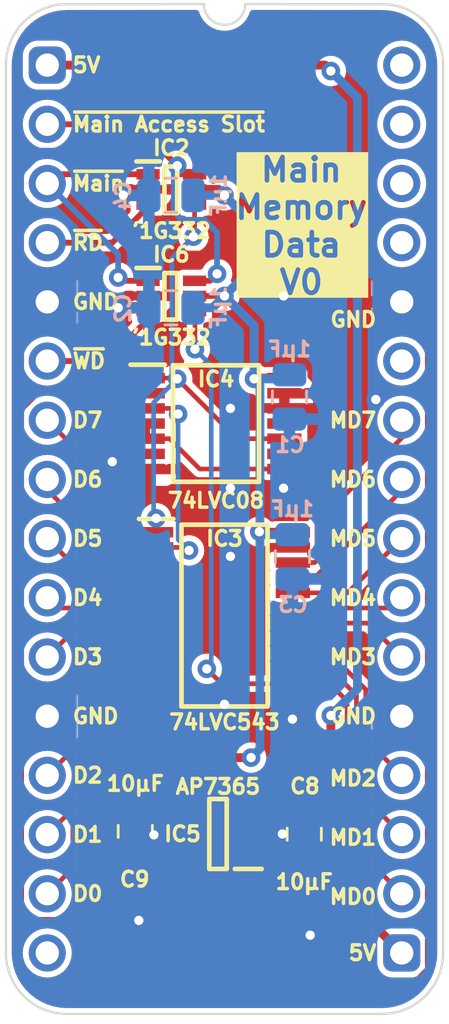
<source format=kicad_pcb>
(kicad_pcb (version 20221018) (generator pcbnew)
  (title_block (title "Main Memory Data") (date "2024-02-15") (rev "V0"))
  (layers (0 "F.Cu" signal) (31 "B.Cu" signal) (34 "B.Paste" user) (35 "F.Paste" user) (36 "B.SilkS" user "B.Silkscreen") (37 "F.SilkS" user "F.Silkscreen") (38 "B.Mask" user) (39 "F.Mask" user) (44 "Edge.Cuts" user))
  (net 0 "")
  (net 1 "/5V")
  (net 2 "/GND")
  (net 3 "/3.3V")
  (net 5 "/~{Main Access Slot}")
  (net 6 "/~{Main}")
  (net 7 "/MD0")
  (net 8 "/MD1")
  (net 9 "/MD2")
  (net 10 "/MD3")
  (net 11 "/MD4")
  (net 12 "/MD5")
  (net 13 "/MD6")
  (net 14 "/MD7")
  (net 15 "/D0")
  (net 16 "/D1")
  (net 17 "/D2")
  (net 18 "/D3")
  (net 19 "/D4")
  (net 20 "/D5")
  (net 21 "/D6")
  (net 22 "/D7")
  (net 23 "/~{WD}")
  (net 24 "/~{RD}")
  (net 31 "/~{Read}")
  (net 32 "/~{Write}")
  (net 33 "/~{Read}_{3}")
  (net 34 "/~{Read}_{2}")
  (net 36 "/~{Read}_{4}")
  (footprint "SamacSys_Parts:SOP65P640X110-14N" (layer "F.Cu") (at 96.156 73.802)
    (fp_text reference "IC4" (at 0 -1.905) (layer "F.SilkS") (effects (font (size 0.635 0.635))))
    (fp_text value "74LVC08APW,112" hide)
    (fp_text user "${Silkscreen}" (at 0 3.302) (layer "F.SilkS") (effects (font (size 0.635 0.635))))
    (fp_line (start -3.675 -2.525) (end -2.2 -2.525) (stroke (width 0.2)) (layer "F.SilkS"))
    (fp_line (start -1.85 -2.5) (end 1.85 -2.5) (stroke (width 0.2)) (layer "F.SilkS"))
    (fp_line (start -1.85 2.5) (end -1.85 -2.5) (stroke (width 0.2)) (layer "F.SilkS"))
    (fp_line (start 1.85 -2.5) (end 1.85 2.5) (stroke (width 0.2)) (layer "F.SilkS"))
    (fp_line (start 1.85 2.5) (end -1.85 2.5) (stroke (width 0.2)) (layer "F.SilkS"))
    (pad "1" smd rect (at -2.938 -1.95 90) (size 0.45 1.475) (layers "F.Cu" "F.Paste" "F.Mask") (net 31 "/~{Read}"))
    (pad "2" smd rect (at -2.938 -1.3 90) (size 0.45 1.475) (layers "F.Cu" "F.Paste" "F.Mask") (net 33 "/~{Read}_{3}"))
    (pad "3" smd rect (at -2.938 -0.65 90) (size 0.45 1.475) (layers "F.Cu" "F.Paste" "F.Mask") (net 36 "/~{Read}_{4}"))
    (pad "4" smd rect (at -2.938 0 90) (size 0.45 1.475) (layers "F.Cu" "F.Paste" "F.Mask") (net 34 "/~{Read}_{2}"))
    (pad "5" smd rect (at -2.938 0.65 90) (size 0.45 1.475) (layers "F.Cu" "F.Paste" "F.Mask") (net 34 "/~{Read}_{2}"))
    (pad "6" smd rect (at -2.938 1.3 90) (size 0.45 1.475) (layers "F.Cu" "F.Paste" "F.Mask") (net 33 "/~{Read}_{3}"))
    (pad "7" smd rect (at -2.938 1.95 90) (size 0.45 1.475) (layers "F.Cu" "F.Paste" "F.Mask") (net 2 "/GND"))
    (pad "8" smd rect (at 2.938 1.95 90) (size 0.45 1.475) (layers "F.Cu" "F.Paste" "F.Mask") (net 34 "/~{Read}_{2}"))
    (pad "9" smd rect (at 2.938 1.3 90) (size 0.45 1.475) (layers "F.Cu" "F.Paste" "F.Mask") (net 31 "/~{Read}"))
    (pad "10" smd rect (at 2.938 0.65 90) (size 0.45 1.475) (layers "F.Cu" "F.Paste" "F.Mask") (net 31 "/~{Read}"))
    (pad "11" smd rect (at 2.938 0 90) (size 0.45 1.475) (layers "F.Cu" "F.Paste" "F.Mask"))
    (pad "12" smd rect (at 2.938 -0.65 90) (size 0.45 1.475) (layers "F.Cu" "F.Paste" "F.Mask") (net 2 "/GND"))
    (pad "13" smd rect (at 2.938 -1.3 90) (size 0.45 1.475) (layers "F.Cu" "F.Paste" "F.Mask") (net 2 "/GND"))
    (pad "14" smd rect (at 2.938 -1.95 90) (size 0.45 1.475) (layers "F.Cu" "F.Paste" "F.Mask") (net 3 "/3.3V"))
  )
  (footprint "SamacSys_Parts:SOT65P210X110-6N" (layer "F.Cu") (at 94.234 63.754)
    (fp_text reference "IC2" (at 0 -1.778) (layer "F.SilkS") (effects (font (size 0.635 0.635))))
    (fp_text value "SN74LVC1G332DCKR" hide)
    (fp_text user "${Silkscreen}" (at 0 1.778) (layer "F.SilkS") (effects (font (size 0.635 0.635))))
    (fp_line (start -1.5 -1.2) (end -0.5 -1.2) (stroke (width 0.2)) (layer "F.SilkS"))
    (fp_line (start -0.296 -0.984) (end 0.254 -0.984) (stroke (width 0.2)) (layer "F.SilkS"))
    (fp_line (start -0.296 1.016) (end -0.296 -0.984) (stroke (width 0.2)) (layer "F.SilkS"))
    (fp_line (start 0.254 -0.984) (end 0.254 1.016) (stroke (width 0.2)) (layer "F.SilkS"))
    (fp_line (start 0.254 1.016) (end -0.296 1.016) (stroke (width 0.2)) (layer "F.SilkS"))
    (pad "1" smd rect (at -1 -0.65 90) (size 0.45 1) (layers "F.Cu" "F.Paste" "F.Mask") (net 6 "/~{Main}"))
    (pad "2" smd rect (at -1 0 90) (size 0.45 1) (layers "F.Cu" "F.Paste" "F.Mask") (net 2 "/GND"))
    (pad "3" smd rect (at -1 0.65 90) (size 0.45 1) (layers "F.Cu" "F.Paste" "F.Mask") (net 24 "/~{RD}"))
    (pad "4" smd rect (at 1 0.65 90) (size 0.45 1) (layers "F.Cu" "F.Paste" "F.Mask") (net 31 "/~{Read}"))
    (pad "5" smd rect (at 1 0 90) (size 0.45 1) (layers "F.Cu" "F.Paste" "F.Mask") (net 3 "/3.3V"))
    (pad "6" smd rect (at 1 -0.65 90) (size 0.45 1) (layers "F.Cu" "F.Paste" "F.Mask") (net 5 "/~{Main Access Slot}"))
  )
  (footprint "SamacSys_Parts:C_0805" (layer "F.Cu") (at 99.949 91.44)
    (fp_text reference "C8" (at 0.027 -2.075 180) (layer "F.SilkS") (effects (font (size 0.635 0.635))))
    (fp_text value "10µF" (at 0 2.032) (layer "F.SilkS") (effects (font (size 0.635 0.635))))
    (fp_line (start -0.735 0.245252) (end -0.735 -0.277252) (stroke (width 0.12)) (layer "F.SilkS"))
    (fp_line (start 0.735 0.245252) (end 0.735 -0.277252) (stroke (width 0.12)) (layer "F.SilkS"))
    (pad "1" smd roundrect (at 0 0.934 90) (size 1 1.45) (layers "F.Cu" "F.Paste" "F.Mask") (net 1 "/5V"))
    (pad "2" smd roundrect (at 0 -0.966 90) (size 1 1.45) (layers "F.Cu" "F.Paste" "F.Mask") (net 2 "/GND"))
  )
  (footprint "SamacSys_Parts:DIP-32_Board_W15.24mm" (layer "F.Cu") (at 88.9 58.42)
    (fp_text reference "J5" hide)
    (fp_text value "Conn_02x16_Counter_Clockwise" hide)
    (fp_line (start -1.778 38.1) (end -1.778 0) (stroke (width 0.1)) (layer "Edge.Cuts"))
    (fp_line (start 6.731 -2.6162) (end 0.835732 -2.613732) (stroke (width 0.1)) (layer "Edge.Cuts"))
    (fp_line (start 14.404267 -2.613733) (end 8.509 -2.6162) (stroke (width 0.1)) (layer "Edge.Cuts"))
    (fp_line (start 14.404268 40.713732) (end 0.835733 40.713733) (stroke (width 0.1)) (layer "Edge.Cuts"))
    (fp_line (start 17.018 38.1) (end 17.017999 -0.000001) (stroke (width 0.1)) (layer "Edge.Cuts"))
    (fp_arc (start -1.778 0) (mid -1.012456 -1.848188) (end 0.835732 -2.613732) (stroke (width 0.1)) (layer "Edge.Cuts"))
    (fp_arc (start 0.835733 40.713733) (mid -1.012457 39.94819) (end -1.778 38.1) (stroke (width 0.1)) (layer "Edge.Cuts"))
    (fp_arc (start 8.509 -2.6162) (mid 7.62 -1.7272) (end 6.731 -2.6162) (stroke (width 0.1)) (layer "Edge.Cuts"))
    (fp_arc (start 14.404267 -2.613733) (mid 16.252453 -1.848189) (end 17.017999 -0.000001) (stroke (width 0.1)) (layer "Edge.Cuts"))
    (fp_arc (start 17.018 38.1) (mid 16.252456 39.948187) (end 14.404268 40.713732) (stroke (width 0.1)) (layer "Edge.Cuts"))
    (pad "1" thru_hole roundrect (at 0 0) (size 1.6 1.6) (drill 1) (layers "*.Cu" "*.Mask") (net 1 "/5V"))
    (pad "2" thru_hole oval (at 0 2.54) (size 1.6 1.6) (drill 1) (layers "*.Cu" "*.Mask") (net 5 "/~{Main Access Slot}"))
    (pad "3" thru_hole oval (at 0 5.08) (size 1.6 1.6) (drill 1) (layers "*.Cu" "*.Mask") (net 6 "/~{Main}"))
    (pad "4" thru_hole oval (at 0 7.62) (size 1.6 1.6) (drill 1) (layers "*.Cu" "*.Mask") (net 24 "/~{RD}"))
    (pad "5" thru_hole rect (at 0 10.16) (size 1.6 1.6) (drill 1) (layers "*.Cu" "*.Mask") (net 2 "/GND"))
    (pad "6" thru_hole oval (at 0 12.7) (size 1.6 1.6) (drill 1) (layers "*.Cu" "*.Mask") (net 23 "/~{WD}"))
    (pad "7" thru_hole oval (at 0 15.24) (size 1.6 1.6) (drill 1) (layers "*.Cu" "*.Mask") (net 22 "/D7"))
    (pad "8" thru_hole oval (at 0 17.78) (size 1.6 1.6) (drill 1) (layers "*.Cu" "*.Mask") (net 21 "/D6"))
    (pad "9" thru_hole oval (at 0 20.32) (size 1.6 1.6) (drill 1) (layers "*.Cu" "*.Mask") (net 20 "/D5"))
    (pad "10" thru_hole oval (at 0 22.86) (size 1.6 1.6) (drill 1) (layers "*.Cu" "*.Mask") (net 19 "/D4"))
    (pad "11" thru_hole oval (at 0 25.4) (size 1.6 1.6) (drill 1) (layers "*.Cu" "*.Mask") (net 18 "/D3"))
    (pad "12" thru_hole rect (at 0 27.94) (size 1.6 1.6) (drill 1) (layers "*.Cu" "*.Mask") (net 2 "/GND"))
    (pad "13" thru_hole oval (at 0 30.48) (size 1.6 1.6) (drill 1) (layers "*.Cu" "*.Mask") (net 17 "/D2"))
    (pad "14" thru_hole oval (at 0 33.02) (size 1.6 1.6) (drill 1) (layers "*.Cu" "*.Mask") (net 16 "/D1"))
    (pad "15" thru_hole oval (at 0 35.56) (size 1.6 1.6) (drill 1) (layers "*.Cu" "*.Mask") (net 15 "/D0"))
    (pad "16" thru_hole oval (at 0 38.1) (size 1.6 1.6) (drill 1) (layers "*.Cu" "*.Mask"))
    (pad "17" thru_hole roundrect (at 15.24 38.1) (size 1.6 1.6) (drill 1) (layers "*.Cu" "*.Mask") (net 1 "/5V"))
    (pad "18" thru_hole oval (at 15.24 35.56 180) (size 1.6 1.6) (drill 1) (layers "*.Cu" "*.Mask") (net 7 "/MD0"))
    (pad "19" thru_hole oval (at 15.24 33.02 180) (size 1.6 1.6) (drill 1) (layers "*.Cu" "*.Mask") (net 8 "/MD1"))
    (pad "20" thru_hole oval (at 15.24 30.48 180) (size 1.6 1.6) (drill 1) (layers "*.Cu" "*.Mask") (net 9 "/MD2"))
    (pad "21" thru_hole rect (at 15.24 27.94) (size 1.6 1.6) (drill 1) (layers "*.Cu" "*.Mask") (net 2 "/GND"))
    (pad "22" thru_hole oval (at 15.24 25.4) (size 1.6 1.6) (drill 1) (layers "*.Cu" "*.Mask") (net 10 "/MD3"))
    (pad "23" thru_hole oval (at 15.24 22.86) (size 1.6 1.6) (drill 1) (layers "*.Cu" "*.Mask") (net 11 "/MD4"))
    (pad "24" thru_hole oval (at 15.24 20.32) (size 1.6 1.6) (drill 1) (layers "*.Cu" "*.Mask") (net 12 "/MD5"))
    (pad "25" thru_hole oval (at 15.24 17.78) (size 1.6 1.6) (drill 1) (layers "*.Cu" "*.Mask") (net 13 "/MD6"))
    (pad "26" thru_hole oval (at 15.24 15.24) (size 1.6 1.6) (drill 1) (layers "*.Cu" "*.Mask") (net 14 "/MD7"))
    (pad "27" thru_hole oval (at 15.24 12.7) (size 1.6 1.6) (drill 1) (layers "*.Cu" "*.Mask"))
    (pad "28" thru_hole rect (at 15.24 10.16) (size 1.6 1.6) (drill 1) (layers "*.Cu" "*.Mask") (net 2 "/GND"))
    (pad "29" thru_hole oval (at 15.24 7.62) (size 1.6 1.6) (drill 1) (layers "*.Cu" "*.Mask"))
    (pad "30" thru_hole oval (at 15.24 5.08) (size 1.6 1.6) (drill 1) (layers "*.Cu" "*.Mask"))
    (pad "31" thru_hole oval (at 15.24 2.54) (size 1.6 1.6) (drill 1) (layers "*.Cu" "*.Mask"))
    (pad "32" thru_hole oval (at 15.24 0) (size 1.6 1.6) (drill 1) (layers "*.Cu" "*.Mask"))
  )
  (footprint "SamacSys_Parts:SOP65P640X120-24N" (layer "F.Cu") (at 96.52 82.042)
    (fp_text reference "IC3" (at 0 -3.302) (layer "F.SilkS") (effects (font (size 0.635 0.635))))
    (fp_text value "SN74LVC543APWR" hide)
    (fp_text user "${Silkscreen}" (at 0 4.572) (layer "F.SilkS") (effects (font (size 0.635 0.635))))
    (fp_line (start -3.675 -4.15) (end -2.2 -4.15) (stroke (width 0.2)) (layer "F.SilkS"))
    (fp_line (start -1.85 -3.9) (end 1.85 -3.9) (stroke (width 0.2)) (layer "F.SilkS"))
    (fp_line (start -1.85 3.9) (end -1.85 -3.9) (stroke (width 0.2)) (layer "F.SilkS"))
    (fp_line (start 1.85 -3.9) (end 1.85 3.9) (stroke (width 0.2)) (layer "F.SilkS"))
    (fp_line (start 1.85 3.9) (end -1.85 3.9) (stroke (width 0.2)) (layer "F.SilkS"))
    (pad "1" smd rect (at -2.938 -3.575 90) (size 0.45 1.475) (layers "F.Cu" "F.Paste" "F.Mask") (net 31 "/~{Read}"))
    (pad "2" smd rect (at -2.938 -2.925 90) (size 0.45 1.475) (layers "F.Cu" "F.Paste" "F.Mask") (net 36 "/~{Read}_{4}"))
    (pad "3" smd rect (at -2.938 -2.275 90) (size 0.45 1.475) (layers "F.Cu" "F.Paste" "F.Mask") (net 22 "/D7"))
    (pad "4" smd rect (at -2.938 -1.625 90) (size 0.45 1.475) (layers "F.Cu" "F.Paste" "F.Mask") (net 21 "/D6"))
    (pad "5" smd rect (at -2.938 -0.975 90) (size 0.45 1.475) (layers "F.Cu" "F.Paste" "F.Mask") (net 20 "/D5"))
    (pad "6" smd rect (at -2.938 -0.325 90) (size 0.45 1.475) (layers "F.Cu" "F.Paste" "F.Mask") (net 19 "/D4"))
    (pad "7" smd rect (at -2.938 0.325 90) (size 0.45 1.475) (layers "F.Cu" "F.Paste" "F.Mask") (net 18 "/D3"))
    (pad "8" smd rect (at -2.938 0.975 90) (size 0.45 1.475) (layers "F.Cu" "F.Paste" "F.Mask") (net 17 "/D2"))
    (pad "9" smd rect (at -2.938 1.625 90) (size 0.45 1.475) (layers "F.Cu" "F.Paste" "F.Mask") (net 16 "/D1"))
    (pad "10" smd rect (at -2.938 2.275 90) (size 0.45 1.475) (layers "F.Cu" "F.Paste" "F.Mask") (net 15 "/D0"))
    (pad "11" smd rect (at -2.938 2.925 90) (size 0.45 1.475) (layers "F.Cu" "F.Paste" "F.Mask") (net 2 "/GND"))
    (pad "12" smd rect (at -2.938 3.575 90) (size 0.45 1.475) (layers "F.Cu" "F.Paste" "F.Mask") (net 2 "/GND"))
    (pad "13" smd rect (at 2.938 3.575 90) (size 0.45 1.475) (layers "F.Cu" "F.Paste" "F.Mask") (net 32 "/~{Write}"))
    (pad "14" smd rect (at 2.938 2.925 90) (size 0.45 1.475) (layers "F.Cu" "F.Paste" "F.Mask") (net 32 "/~{Write}"))
    (pad "15" smd rect (at 2.938 2.275 90) (size 0.45 1.475) (layers "F.Cu" "F.Paste" "F.Mask") (net 7 "/MD0"))
    (pad "16" smd rect (at 2.938 1.625 90) (size 0.45 1.475) (layers "F.Cu" "F.Paste" "F.Mask") (net 8 "/MD1"))
    (pad "17" smd rect (at 2.938 0.975 90) (size 0.45 1.475) (layers "F.Cu" "F.Paste" "F.Mask") (net 9 "/MD2"))
    (pad "18" smd rect (at 2.938 0.325 90) (size 0.45 1.475) (layers "F.Cu" "F.Paste" "F.Mask") (net 10 "/MD3"))
    (pad "19" smd rect (at 2.938 -0.325 90) (size 0.45 1.475) (layers "F.Cu" "F.Paste" "F.Mask") (net 11 "/MD4"))
    (pad "20" smd rect (at 2.938 -0.975 90) (size 0.45 1.475) (layers "F.Cu" "F.Paste" "F.Mask") (net 12 "/MD5"))
    (pad "21" smd rect (at 2.938 -1.625 90) (size 0.45 1.475) (layers "F.Cu" "F.Paste" "F.Mask") (net 13 "/MD6"))
    (pad "22" smd rect (at 2.938 -2.275 90) (size 0.45 1.475) (layers "F.Cu" "F.Paste" "F.Mask") (net 14 "/MD7"))
    (pad "23" smd rect (at 2.938 -2.925 90) (size 0.45 1.475) (layers "F.Cu" "F.Paste" "F.Mask") (net 2 "/GND"))
    (pad "24" smd rect (at 2.938 -3.575 90) (size 0.45 1.475) (layers "F.Cu" "F.Paste" "F.Mask") (net 3 "/3.3V"))
  )
  (footprint "SamacSys_Parts:C_0805" (layer "F.Cu") (at 92.6846 91.2876 180)
    (fp_text reference "C9" (at 0.027 -2.075) (layer "F.SilkS") (effects (font (size 0.635 0.635))))
    (fp_text value "10µF" (at 0 2.032 180) (layer "F.SilkS") (effects (font (size 0.635 0.635))))
    (fp_line (start -0.735 0.245252) (end -0.735 -0.277252) (stroke (width 0.12)) (layer "F.SilkS"))
    (fp_line (start 0.735 0.245252) (end 0.735 -0.277252) (stroke (width 0.12)) (layer "F.SilkS"))
    (pad "1" smd roundrect (at 0 0.934 270) (size 1 1.45) (layers "F.Cu" "F.Paste" "F.Mask") (net 3 "/3.3V"))
    (pad "2" smd roundrect (at 0 -0.966 270) (size 1 1.45) (layers "F.Cu" "F.Paste" "F.Mask") (net 2 "/GND"))
  )
  (footprint "SamacSys_Parts:SOT95P285X130-5N" (layer "F.Cu") (at 96.2406 91.4146 180)
    (fp_text reference "IC5" (at 1.524 0 180) (layer "F.SilkS") (effects (font (size 0.635 0.635))))
    (fp_text value "AP7365-33WG-7" hide)
    (fp_text user "${Silkscreen}" (at 0 2.032 180) (layer "F.SilkS") (effects (font (size 0.635 0.635))))
    (fp_line (start -1.875 -1.5) (end -0.725 -1.5) (stroke (width 0.2)) (layer "F.SilkS"))
    (fp_line (start -0.375 -1.5) (end 0.375 -1.5) (stroke (width 0.2)) (layer "F.SilkS"))
    (fp_line (start -0.375 1.5) (end -0.375 -1.5) (stroke (width 0.2)) (layer "F.SilkS"))
    (fp_line (start 0.375 -1.5) (end 0.375 1.5) (stroke (width 0.2)) (layer "F.SilkS"))
    (fp_line (start 0.375 1.5) (end -0.375 1.5) (stroke (width 0.2)) (layer "F.SilkS"))
    (pad "1" smd rect (at -1.3 -0.95 270) (size 0.6 1.15) (layers "F.Cu" "F.Paste" "F.Mask") (net 1 "/5V"))
    (pad "2" smd rect (at -1.3 0 270) (size 0.6 1.15) (layers "F.Cu" "F.Paste" "F.Mask") (net 2 "/GND"))
    (pad "3" smd rect (at -1.3 0.95 270) (size 0.6 1.15) (layers "F.Cu" "F.Paste" "F.Mask") (net 1 "/5V"))
    (pad "4" smd rect (at 1.3 0.95 270) (size 0.6 1.15) (layers "F.Cu" "F.Paste" "F.Mask"))
    (pad "5" smd rect (at 1.3 -0.95 270) (size 0.6 1.15) (layers "F.Cu" "F.Paste" "F.Mask") (net 3 "/3.3V"))
  )
  (footprint "SamacSys_Parts:SOT65P210X110-6N" (layer "F.Cu") (at 94.234 68.326)
    (fp_text reference "IC6" (at 0 -1.778) (layer "F.SilkS") (effects (font (size 0.635 0.635))))
    (fp_text value "SN74LVC1G332DCKR" hide)
    (fp_text user "${Silkscreen}" (at 0 1.778) (layer "F.SilkS") (effects (font (size 0.635 0.635))))
    (fp_line (start -1.5 -1.2) (end -0.5 -1.2) (stroke (width 0.2)) (layer "F.SilkS"))
    (fp_line (start -0.296 -0.984) (end 0.254 -0.984) (stroke (width 0.2)) (layer "F.SilkS"))
    (fp_line (start -0.296 1.016) (end -0.296 -0.984) (stroke (width 0.2)) (layer "F.SilkS"))
    (fp_line (start 0.254 -0.984) (end 0.254 1.016) (stroke (width 0.2)) (layer "F.SilkS"))
    (fp_line (start 0.254 1.016) (end -0.296 1.016) (stroke (width 0.2)) (layer "F.SilkS"))
    (pad "1" smd rect (at -1 -0.65 90) (size 0.45 1) (layers "F.Cu" "F.Paste" "F.Mask") (net 6 "/~{Main}"))
    (pad "2" smd rect (at -1 0 90) (size 0.45 1) (layers "F.Cu" "F.Paste" "F.Mask") (net 2 "/GND"))
    (pad "3" smd rect (at -1 0.65 90) (size 0.45 1) (layers "F.Cu" "F.Paste" "F.Mask") (net 23 "/~{WD}"))
    (pad "4" smd rect (at 1 0.65 90) (size 0.45 1) (layers "F.Cu" "F.Paste" "F.Mask") (net 32 "/~{Write}"))
    (pad "5" smd rect (at 1 0 90) (size 0.45 1) (layers "F.Cu" "F.Paste" "F.Mask") (net 3 "/3.3V"))
    (pad "6" smd rect (at 1 -0.65 90) (size 0.45 1) (layers "F.Cu" "F.Paste" "F.Mask") (net 5 "/~{Main Access Slot}"))
  )
  (footprint "SamacSys_Parts:C_0805" (layer "B.Cu") (at 94.234 68.834 -90)
    (fp_text reference "C2" (at 0.027 2.075 90) (layer "B.SilkS") (effects (font (size 0.635 0.635)) (justify mirror)))
    (fp_text value "1μF" (at 0 -2.032 90) (layer "B.SilkS") (effects (font (size 0.635 0.635)) (justify mirror)))
    (fp_line (start -0.735 -0.245252) (end -0.735 0.277252) (stroke (width 0.12)) (layer "B.SilkS"))
    (fp_line (start 0.735 -0.245252) (end 0.735 0.277252) (stroke (width 0.12)) (layer "B.SilkS"))
    (pad "1" smd roundrect (at 0 -0.934 180) (size 1 1.45) (layers "B.Cu" "B.Paste" "B.Mask") (net 3 "/3.3V"))
    (pad "2" smd roundrect (at 0 0.966 180) (size 1 1.45) (layers "B.Cu" "B.Paste" "B.Mask") (net 2 "/GND"))
  )
  (footprint "SamacSys_Parts:PinHeader_1x16_P2.54mm_Vertical" (layer "B.Cu") (at 88.9 58.42 180)
    (fp_text reference "J1" hide)
    (fp_text value "Pin_Header_01x16")
  )
  (footprint "SamacSys_Parts:C_0805" (layer "B.Cu") (at 99.441 79.502)
    (fp_text reference "C3" (at 0.027 2.075 180) (layer "B.SilkS") (effects (font (size 0.635 0.635)) (justify mirror)))
    (fp_text value "1μF" (at 0 -2.032 180) (layer "B.SilkS") (effects (font (size 0.635 0.635)) (justify mirror)))
    (fp_line (start -0.735 -0.245252) (end -0.735 0.277252) (stroke (width 0.12)) (layer "B.SilkS"))
    (fp_line (start 0.735 -0.245252) (end 0.735 0.277252) (stroke (width 0.12)) (layer "B.SilkS"))
    (pad "1" smd roundrect (at 0 -0.934 270) (size 1 1.45) (layers "B.Cu" "B.Paste" "B.Mask") (net 3 "/3.3V"))
    (pad "2" smd roundrect (at 0 0.966 270) (size 1 1.45) (layers "B.Cu" "B.Paste" "B.Mask") (net 2 "/GND"))
  )
  (footprint "SamacSys_Parts:PinHeader_1x16_P2.54mm_Vertical" (layer "B.Cu") (at 104.14 58.42 180)
    (fp_text reference "J3" hide)
    (fp_text value "Pin_Header_01x16")
  )
  (footprint "SamacSys_Parts:C_0805" (layer "B.Cu") (at 99.314 72.644)
    (fp_text reference "C1" (at 0.027 2.075 180) (layer "B.SilkS") (effects (font (size 0.635 0.635)) (justify mirror)))
    (fp_text value "1μF" (at 0 -2.032 180) (layer "B.SilkS") (effects (font (size 0.635 0.635)) (justify mirror)))
    (fp_line (start -0.735 -0.245252) (end -0.735 0.277252) (stroke (width 0.12)) (layer "B.SilkS"))
    (fp_line (start 0.735 -0.245252) (end 0.735 0.277252) (stroke (width 0.12)) (layer "B.SilkS"))
    (pad "1" smd roundrect (at 0 -0.934 270) (size 1 1.45) (layers "B.Cu" "B.Paste" "B.Mask") (net 3 "/3.3V"))
    (pad "2" smd roundrect (at 0 0.966 270) (size 1 1.45) (layers "B.Cu" "B.Paste" "B.Mask") (net 2 "/GND"))
  )
  (footprint "SamacSys_Parts:C_0805" (layer "B.Cu") (at 94.234 64.008 -90)
    (fp_text reference "C4" (at 0.027 2.075 90) (layer "B.SilkS") (effects (font (size 0.635 0.635)) (justify mirror)))
    (fp_text value "1μF" (at 0 -2.032 90) (layer "B.SilkS") (effects (font (size 0.635 0.635)) (justify mirror)))
    (fp_line (start -0.735 -0.245252) (end -0.735 0.277252) (stroke (width 0.12)) (layer "B.SilkS"))
    (fp_line (start 0.735 -0.245252) (end 0.735 0.277252) (stroke (width 0.12)) (layer "B.SilkS"))
    (pad "1" smd roundrect (at 0 -0.934 180) (size 1 1.45) (layers "B.Cu" "B.Paste" "B.Mask") (net 3 "/3.3V"))
    (pad "2" smd roundrect (at 0 0.966 180) (size 1 1.45) (layers "B.Cu" "B.Paste" "B.Mask") (net 2 "/GND"))
  )
  (gr_text "D3" (at 89.916 83.82) (layer "F.SilkS") (effects (font (size 0.635 0.635)) (justify left)))
  (gr_text "GND" (at 103.124 86.36) (layer "F.SilkS") (effects (font (size 0.635 0.635)) (justify right)))
  (gr_text "~{Main}" (at 89.916 63.5) (layer "F.SilkS") (effects (font (size 0.635 0.635)) (justify left)))
  (gr_text "D6" (at 89.916 76.2) (layer "F.SilkS") (effects (font (size 0.635 0.635)) (justify left)))
  (gr_text "MD1" (at 103.124 91.567) (layer "F.SilkS") (effects (font (size 0.635 0.635)) (justify right)))
  (gr_text "D2" (at 89.916 88.9) (layer "F.SilkS") (effects (font (size 0.635 0.635)) (justify left)))
  (gr_text "5V" (at 103.124 96.52) (layer "F.SilkS") (effects (font (size 0.635 0.635)) (justify right)))
  (gr_text "MD3" (at 103.124 83.82) (layer "F.SilkS") (effects (font (size 0.635 0.635)) (justify right)))
  (gr_text "GND" (at 89.916 86.36) (layer "F.SilkS") (effects (font (size 0.635 0.635)) (justify left)))
  (gr_text "D7" (at 89.916 73.66) (layer "F.SilkS") (effects (font (size 0.635 0.635)) (justify left)))
  (gr_text "MD4" (at 103.124 81.28) (layer "F.SilkS") (effects (font (size 0.635 0.635)) (justify right)))
  (gr_text "GND" (at 103.124 69.342) (layer "F.SilkS") (effects (font (size 0.635 0.635)) (justify right)))
  (gr_text "D1" (at 89.916 91.44) (layer "F.SilkS") (effects (font (size 0.635 0.635)) (justify left)))
  (gr_text "~{RD}" (at 89.916 66.04) (layer "F.SilkS") (effects (font (size 0.635 0.635)) (justify left)))
  (gr_text "D5" (at 89.916 78.74) (layer "F.SilkS") (effects (font (size 0.635 0.635)) (justify left)))
  (gr_text "D0" (at 89.916 93.98) (layer "F.SilkS") (effects (font (size 0.635 0.635)) (justify left)))
  (gr_text "GND" (at 89.916 68.58) (layer "F.SilkS") (effects (font (size 0.635 0.635)) (justify left)))
  (gr_text "D4" (at 89.916 81.28) (layer "F.SilkS") (effects (font (size 0.635 0.635)) (justify left)))
  (gr_text "MD7" (at 103.124 73.66) (layer "F.SilkS") (effects (font (size 0.635 0.635)) (justify right)))
  (gr_text "5V" (at 89.916 58.42) (layer "F.SilkS") (effects (font (size 0.635 0.635)) (justify left)))
  (gr_text "~{WD}" (at 89.916 71.12) (layer "F.SilkS") (effects (font (size 0.635 0.635)) (justify left)))
  (gr_text "MD5" (at 103.124 78.74) (layer "F.SilkS") (effects (font (size 0.635 0.635)) (justify right)))
  (gr_text "Main\nMemory\nData\nV0" (at 99.822 68.326) (layer "F.SilkS" knockout) (effects (font (size 1 1) (thickness 0.2) bold) (justify bottom)))
  (gr_text "~{Main Access Slot}" (at 89.916 60.96) (layer "F.SilkS") (effects (font (size 0.635 0.635)) (justify left)))
  (gr_text "MD6" (at 103.124 76.2) (layer "F.SilkS") (effects (font (size 0.635 0.635)) (justify right)))
  (gr_text "MD2" (at 103.124 89.027) (layer "F.SilkS") (effects (font (size 0.635 0.635)) (justify right)))
  (gr_text "MD0" (at 103.124 94.107) (layer "F.SilkS") (effects (font (size 0.635 0.635)) (justify right)))
  (segment (start 96.5756 90.4746) (end 96.5756 92.1306) (width 0.38) (layer "F.Cu") (net 1))
  (segment (start 88.9 58.42) (end 100.838 58.42) (width 0.38) (layer "F.Cu") (net 1))
  (segment (start 96.8096 92.3646) (end 97.5406 92.3646) (width 0.38) (layer "F.Cu") (net 1))
  (segment (start 99.949 92.374) (end 97.55 92.374) (width 0.38) (layer "F.Cu") (net 1))
  (segment (start 96.5756 92.1306) (end 96.8096 92.3646) (width 0.38) (layer "F.Cu") (net 1))
  (segment (start 101.092 91.231) (end 101.092 86.332) (width 0.38) (layer "F.Cu") (net 1))
  (segment (start 100.838 58.42) (end 101.092 58.674) (width 0.38) (layer "F.Cu") (net 1))
  (segment (start 99.994 92.329) (end 101.092 91.231) (width 0.38) (layer "F.Cu") (net 1))
  (segment (start 97.5406 90.4646) (end 96.5856 90.4646) (width 0.38) (layer "F.Cu") (net 1))
  (segment (start 96.5856 90.4646) (end 96.5756 90.4746) (width 0.38) (layer "F.Cu") (net 1))
  (segment (start 104.14 96.52) (end 99.994 92.374) (width 0.38) (layer "F.Cu") (net 1))
  (via (at 101.092 58.674) (size 0.8) (drill 0.4) (layers "F.Cu" "B.Cu") (net 1))
  (via (at 101.092 86.332) (size 0.8) (drill 0.4) (layers "F.Cu" "B.Cu") (net 1))
  (segment (start 102.235 85.189) (end 101.092 86.332) (width 0.38) (layer "B.Cu") (net 1))
  (segment (start 101.092 58.674) (end 102.235 59.817) (width 0.38) (layer "B.Cu") (net 1))
  (segment (start 102.235 59.817) (end 102.235 85.189) (width 0.38) (layer "B.Cu") (net 1))
  (segment (start 99.06 76.576502) (end 96.774 76.576502) (width 0.38) (layer "F.Cu") (net 2))
  (segment (start 92.455988 68.326) (end 91.947988 68.834) (width 0.38) (layer "F.Cu") (net 2))
  (segment (start 94.292244 89.662) (end 99.137 89.662) (width 0.38) (layer "F.Cu") (net 2))
  (segment (start 93.4851 91.4531) (end 93.9756 90.9626) (width 0.38) (layer "F.Cu") (net 2))
  (segment (start 87.71 69.77) (end 87.71 71.772915) (width 0.38) (layer "F.Cu") (net 2))
  (segment (start 105.33 97.247229) (end 104.182229 98.395) (width 0.38) (layer "F.Cu") (net 2))
  (segment (start 88.312 95.17) (end 92.79 95.17) (width 0.38) (layer "F.Cu") (net 2))
  (segment (start 104.14 68.58) (end 105.33 69.77) (width 0.38) (layer "F.Cu") (net 2))
  (segment (start 95.372502 76.576502) (end 94.548 75.752) (width 0.38) (layer "F.Cu") (net 2))
  (segment (start 99.06 68.326) (end 99.314 68.58) (width 0.38) (layer "F.Cu") (net 2))
  (segment (start 99.06 68.326) (end 97.307 66.573) (width 0.38) (layer "F.Cu") (net 2))
  (segment (start 97.5406 91.4146) (end 99.0084 91.4146) (width 0.38) (layer "F.Cu") (net 2))
  (segment (start 88.9 68.58) (end 87.71 69.77) (width 0.38) (layer "F.Cu") (net 2))
  (segment (start 99.0084 91.4146) (end 99.949 90.474) (width 0.38) (layer "F.Cu") (net 2))
  (segment (start 92.008 75.752) (end 91.694 75.438) (width 0.38) (layer "F.Cu") (net 2))
  (segment (start 104.182229 98.395) (end 102.84 98.395) (width 0.38) (layer "F.Cu") (net 2))
  (segment (start 94.717 66.573) (end 94.124 67.166) (width 0.38) (layer "F.Cu") (net 2))
  (segment (start 94.124 67.166) (end 94.124 68.316) (width 0.38) (layer "F.Cu") (net 2))
  (segment (start 105.33 85.17) (end 104.14 86.36) (width 0.38) (layer "F.Cu") (net 2))
  (segment (start 96.774 76.576502) (end 95.372502 76.576502) (width 0.38) (layer "F.Cu") (net 2))
  (segment (start 92.404804 63.754) (end 92.163257 63.995547) (width 0.38) (layer "F.Cu") (net 2))
  (segment (start 96.266 72.643994) (end 96.774003 73.151997) (width 0.38) (layer "F.Cu") (net 2))
  (segment (start 93.9756 89.978644) (end 94.292244 89.662) (width 0.38) (layer "F.Cu") (net 2))
  (segment (start 98.075376 79.502) (end 96.774 79.502) (width 0.38) (layer "F.Cu") (net 2))
  (segment (start 104.14 86.36) (end 105.33 87.55) (width 0.38) (layer "F.Cu") (net 2))
  (segment (start 94.548 75.752) (end 93.218 75.752) (width 0.38) (layer "F.Cu") (net 2))
  (segment (start 99.314 68.58) (end 104.14 68.58) (width 0.38) (layer "F.Cu") (net 2))
  (segment (start 97.155 86.487) (end 96.52 85.852) (width 0.38) (layer "F.Cu") (net 2))
  (segment (start 96.774006 73.152) (end 96.774003 73.151997) (width 0.38) (layer "F.Cu") (net 2))
  (segment (start 96.266 71.12) (end 96.266 72.643994) (width 0.38) (layer "F.Cu") (net 2))
  (segment (start 102.84 98.395) (end 100.203 95.758) (width 0.38) (layer "F.Cu") (net 2))
  (segment (start 99.094 72.502) (end 99.094 73.152) (width 0.38) (layer "F.Cu") (net 2))
  (segment (start 99.137 89.662) (end 99.949 90.474) (width 0.38) (layer "F.Cu") (net 2))
  (segment (start 87.71 73.167085) (end 88.407085 72.47) (width 0.38) (layer "F.Cu") (net 2))
  (segment (start 93.218 75.752) (end 92.008 75.752) (width 0.38) (layer "F.Cu") (net 2))
  (segment (start 99.458 79.117) (end 98.460376 79.117) (width 0.38) (layer "F.Cu") (net 2))
  (segment (start 105.33 87.55) (end 105.33 97.247229) (width 0.38) (layer "F.Cu") (net 2))
  (segment (start 87.71 85.17) (end 87.71 73.167085) (width 0.38) (layer "F.Cu") (net 2))
  (segment (start 88.9 86.36) (end 87.71 85.17) (width 0.38) (layer "F.Cu") (net 2))
  (segment (start 93.582 85.617) (end 96.285 85.617) (width 0.38) (layer "F.Cu") (net 2))
  (segment (start 92.79 95.17) (end 92.837 95.123) (width 0.38) (layer "F.Cu") (net 2))
  (segment (start 93.9756 90.9626) (end 93.9756 89.978644) (width 0.38) (layer "F.Cu") (net 2))
  (segment (start 93.234 63.754) (end 92.404804 63.754) (width 0.38) (layer "F.Cu") (net 2))
  (segment (start 99.441 86.487) (end 97.155 86.487) (width 0.38) (layer "F.Cu") (net 2))
  (segment (start 102.644 73.152) (end 103.025 72.771) (width 0.38) (layer "F.Cu") (net 2))
  (segment (start 96.285 85.617) (end 96.52 85.852) (width 0.38) (layer "F.Cu") (net 2))
  (segment (start 99.094 73.152) (end 102.644 73.152) (width 0.38) (layer "F.Cu") (net 2))
  (segment (start 97.307 66.573) (end 94.717 66.573) (width 0.38) (layer "F.Cu") (net 2))
  (segment (start 94.124 68.316) (end 94.114 68.326) (width 0.38) (layer "F.Cu") (net 2))
  (segment (start 87.71 87.55) (end 87.71 94.568) (width 0.38) (layer "F.Cu") (net 2))
  (segment (start 99.06 68.326) (end 96.266 71.12) (width 0.38) (layer "F.Cu") (net 2))
  (segment (start 87.71 71.772915) (end 88.407085 72.47) (width 0.38) (layer "F.Cu") (net 2))
  (segment (start 93.582 84.967) (end 93.582 85.617) (width 0.38) (layer "F.Cu") (net 2))
  (segment (start 94.114 68.326) (end 93.234 68.326) (width 0.38) (layer "F.Cu") (net 2))
  (segment (start 98.460376 79.117) (end 98.075376 79.502) (width 0.38) (layer "F.Cu") (net 2))
  (segment (start 88.9 86.36) (end 87.71 87.55) (width 0.38) (layer "F.Cu") (net 2))
  (segment (start 105.33 69.77) (end 105.33 85.17) (width 0.38) (layer "F.Cu") (net 2))
  (segment (start 92.6846 92.2536) (end 93.4851 91.4531) (width 0.38) (layer "F.Cu") (net 2))
  (segment (start 87.71 94.568) (end 88.312 95.17) (width 0.38) (layer "F.Cu") (net 2))
  (segment (start 93.234 68.326) (end 92.455988 68.326) (width 0.38) (layer "F.Cu") (net 2))
  (segment (start 99.094 73.152) (end 96.774006 73.152) (width 0.38) (layer "F.Cu") (net 2))
  (via (at 99.06 76.576502) (size 0.8) (drill 0.4) (layers "F.Cu" "B.Cu") (net 2))
  (via (at 96.774 79.502) (size 0.8) (drill 0.4) (layers "F.Cu" "B.Cu") (net 2))
  (via (at 96.52 85.852) (size 0.8) (drill 0.4) (layers "F.Cu" "B.Cu") (net 2))
  (via (at 92.163257 63.995547) (size 0.8) (drill 0.4) (layers "F.Cu" "B.Cu") (net 2))
  (via (at 91.694 75.438) (size 0.8) (drill 0.4) (layers "F.Cu" "B.Cu") (net 2))
  (via (at 96.774003 73.151997) (size 0.8) (drill 0.4) (layers "F.Cu" "B.Cu") (net 2))
  (via (at 99.007877 91.413802) (size 0.8) (drill 0.4) (layers "F.Cu" "B.Cu") (net 2))
  (via (at 93.4851 91.4531) (size 0.8) (drill 0.4) (layers "F.Cu" "B.Cu") (net 2))
  (via (at 92.837 95.123) (size 0.8) (drill 0.4) (layers "F.Cu" "B.Cu") (net 2))
  (via (at 99.441 86.487) (size 0.8) (drill 0.4) (layers "F.Cu" "B.Cu") (net 2))
  (via (at 91.947988 68.834) (size 0.8) (drill 0.4) (layers "F.Cu" "B.Cu") (net 2))
  (via (at 103.025 72.771) (size 0.8) (drill 0.4) (layers "F.Cu" "B.Cu") (net 2))
  (via (at 100.203 95.758) (size 0.8) (drill 0.4) (layers "F.Cu" "B.Cu") (net 2))
  (via (at 96.774 76.576502) (size 0.8) (drill 0.4) (layers "F.Cu" "B.Cu") (net 2))
  (via (at 99.06 68.326) (size 0.8) (drill 0.4) (layers "F.Cu" "B.Cu") (net 2))
  (segment (start 92.837 95.123) (end 92.837 92.1012) (width 0.38) (layer "B.Cu") (net 2))
  (segment (start 100.076 87.122) (end 99.441 86.487) (width 0.38) (layer "B.Cu") (net 2))
  (segment (start 100.203 95.758) (end 100.203 92.608925) (width 0.38) (layer "B.Cu") (net 2))
  (segment (start 96.774 85.598) (end 96.52 85.852) (width 0.38) (layer "B.Cu") (net 2))
  (segment (start 93.444 62.158) (end 94.162 61.44) (width 0.38) (layer "B.Cu") (net 2))
  (segment (start 104.14 86.36) (end 103.378 87.122) (width 0.38) (layer "B.Cu") (net 2))
  (segment (start 91.947988 68.834) (end 91.059 69.722988) (width 0.38) (layer "B.Cu") (net 2))
  (segment (start 99.441 80.468) (end 99.441 86.487) (width 0.38) (layer "B.Cu") (net 2))
  (segment (start 91.059 74.803) (end 91.694 75.438) (width 0.38) (layer "B.Cu") (net 2))
  (segment (start 88.9 68.58) (end 87.71 69.77) (width 0.38) (layer "B.Cu") (net 2))
  (segment (start 88.559085 62.158) (end 93.444 62.158) (width 0.38) (layer "B.Cu") (net 2))
  (segment (start 88.9 86.36) (end 90.08 86.36) (width 0.38) (layer "B.Cu") (net 2))
  (segment (start 102.898 86.298) (end 102.898 72.898) (width 0.38) (layer "B.Cu") (net 2))
  (segment (start 94.162 61.44) (end 97.566244 61.44) (width 0.38) (layer "B.Cu") (net 2))
  (segment (start 91.694 84.746) (end 91.694 75.438) (width 0.38) (layer "B.Cu") (net 2))
  (segment (start 88.9 86.36) (end 96.012 86.36) (width 0.38) (layer "B.Cu") (net 2))
  (segment (start 100.203 92.608925) (end 99.007877 91.413802) (width 0.38) (layer "B.Cu") (net 2))
  (segment (start 91.059 69.722988) (end 91.059 74.803) (width 0.38) (layer "B.Cu") (net 2))
  (segment (start 92.837 92.1012) (end 93.4851 91.4531) (width 0.38) (layer "B.Cu") (net 2))
  (segment (start 87.71 67.39) (end 87.71 63.007085) (width 0.38) (layer "B.Cu") (net 2))
  (segment (start 87.71 85.17) (end 88.9 86.36) (width 0.38) (layer "B.Cu") (net 2))
  (segment (start 99.314 76.322502) (end 99.06 76.576502) (width 0.38) (layer "B.Cu") (net 2))
  (segment (start 90.08 86.36) (end 91.694 84.746) (width 0.38) (layer "B.Cu") (net 2))
  (segment (start 88.9 68.58) (end 87.71 67.39) (width 0.38) (layer "B.Cu") (net 2))
  (segment (start 96.774 76.576502) (end 96.774 79.502) (width 0.38) (layer "B.Cu") (net 2))
  (segment (start 96.012 86.36) (end 96.52 85.852) (width 0.38) (layer "B.Cu") (net 2))
  (segment (start 93.268 68.834) (end 91.947988 68.834) (width 0.38) (layer "B.Cu") (net 2))
  (segment (start 102.96 86.36) (end 102.898 86.298) (width 0.38) (layer "B.Cu") (net 2))
  (segment (start 96.774003 73.151997) (end 96.774003 76.576499) (width 0.38) (layer "B.Cu") (net 2))
  (segment (start 87.71 69.77) (end 87.71 85.17) (width 0.38) (layer "B.Cu") (net 2))
  (segment (start 99.06 62.933756) (end 99.06 68.326) (width 0.38) (layer "B.Cu") (net 2))
  (segment (start 91.947988 68.834) (end 89.154 68.834) (width 0.38) (layer "B.Cu") (net 2))
  (segment (start 97.566244 61.44) (end 99.06 62.933756) (width 0.38) (layer "B.Cu") (net 2))
  (segment (start 99.314 73.61) (end 99.314 76.322502) (width 0.38) (layer "B.Cu") (net 2))
  (segment (start 104.14 86.36) (end 102.96 86.36) (width 0.38) (layer "B.Cu") (net 2))
  (segment (start 96.774003 76.576499) (end 96.774 76.576502) (width 0.38) (layer "B.Cu") (net 2))
  (segment (start 96.774 79.502) (end 96.774 85.598) (width 0.38) (layer "B.Cu") (net 2))
  (segment (start 92.163257 63.995547) (end 93.255547 63.995547) (width 0.38) (layer "B.Cu") (net 2))
  (segment (start 103.378 87.122) (end 100.076 87.122) (width 0.38) (layer "B.Cu") (net 2))
  (segment (start 87.71 63.007085) (end 88.559085 62.158) (width 0.38) (layer "B.Cu") (net 2))
  (segment (start 102.898 72.898) (end 103.025 72.771) (width 0.38) (layer "B.Cu") (net 2))
  (segment (start 98.041917 78.467) (end 98.017532 78.442615) (width 0.38) (layer "F.Cu") (net 3))
  (segment (start 96.265984 63.754) (end 96.519984 64.008) (width 0.38) (layer "F.Cu") (net 3))
  (segment (start 99.458 78.467) (end 98.041917 78.467) (width 0.38) (layer "F.Cu") (net 3))
  (segment (start 91.5696 91.4686) (end 91.5696 92.768697) (width 0.38) (layer "F.Cu") (net 3))
  (segment (start 92.7804 90.3536) (end 94.996 88.138) (width 0.38) (layer "F.Cu") (net 3))
  (segment (start 95.234 68.326) (end 96.52 68.326) (width 0.25) (layer "F.Cu") (net 3))
  (segment (start 99.094 71.852) (end 97.82 71.852) (width 0.38) (layer "F.Cu") (net 3))
  (segment (start 94.996 88.138) (end 97.663 88.138) (width 0.38) (layer "F.Cu") (net 3))
  (segment (start 95.234 63.754) (end 96.265984 63.754) (width 0.38) (layer "F.Cu") (net 3))
  (segment (start 97.82 71.852) (end 97.79 71.882) (width 0.38) (layer "F.Cu") (net 3))
  (segment (start 96.52 68.326) (end 96.520015 68.326015) (width 0.25) (layer "F.Cu") (net 3))
  (segment (start 92.018903 93.218) (end 94.0872 93.218) (width 0.38) (layer "F.Cu") (net 3))
  (segment (start 94.0872 93.218) (end 94.9406 92.3646) (width 0.38) (layer "F.Cu") (net 3))
  (segment (start 91.5696 92.768697) (end 92.018903 93.218) (width 0.38) (layer "F.Cu") (net 3))
  (segment (start 92.6846 90.3536) (end 91.5696 91.4686) (width 0.38) (layer "F.Cu") (net 3))
  (via (at 98.017532 78.442615) (size 0.8) (drill 0.4) (layers "F.Cu" "B.Cu") (net 3))
  (via (at 97.79 71.882) (size 0.8) (drill 0.4) (layers "F.Cu" "B.Cu") (net 3))
  (via (at 96.519984 64.008) (size 0.8) (drill 0.4) (layers "F.Cu" "B.Cu") (net 3))
  (via (at 97.663 88.138) (size 0.8) (drill 0.4) (layers "F.Cu" "B.Cu") (net 3))
  (via (at 96.520015 68.326015) (size 0.8) (drill 0.4) (layers "F.Cu" "B.Cu") (net 3))
  (segment (start 99.441 78.568) (end 98.142917 78.568) (width 0.38) (layer "B.Cu") (net 3))
  (segment (start 95.168 64.008) (end 96.519984 64.008) (width 0.38) (layer "B.Cu") (net 3))
  (segment (start 97.282 67.56403) (end 97.282 64.770016) (width 0.38) (layer "B.Cu") (net 3))
  (segment (start 99.142 71.882) (end 97.79 71.882) (width 0.38) (layer "B.Cu") (net 3))
  (segment (start 98.044 78.469083) (end 98.017532 78.442615) (width 0.38) (layer "B.Cu") (net 3))
  (segment (start 98.044 78.416147) (end 98.017532 78.442615) (width 0.38) (layer "B.Cu") (net 3))
  (segment (start 95.168 68.834) (end 96.01203 68.834) (width 0.38) (layer "B.Cu") (net 3))
  (segment (start 96.520015 68.326015) (end 97.282 67.56403) (width 0.38) (layer "B.Cu") (net 3))
  (segment (start 97.79 71.882) (end 97.79 69.596) (width 0.38) (layer "B.Cu") (net 3))
  (segment (start 97.282 64.770016) (end 96.519984 64.008) (width 0.38) (layer "B.Cu") (net 3))
  (segment (start 97.663 88.138) (end 98.044 87.757) (width 0.38) (layer "B.Cu") (net 3))
  (segment (start 98.142917 78.568) (end 98.017532 78.442615) (width 0.38) (layer "B.Cu") (net 3))
  (segment (start 96.01203 68.834) (end 96.520015 68.326015) (width 0.38) (layer "B.Cu") (net 3))
  (segment (start 98.044 72.136) (end 98.044 78.416147) (width 0.38) (layer "B.Cu") (net 3))
  (segment (start 97.79 69.596) (end 96.520015 68.326015) (width 0.38) (layer "B.Cu") (net 3))
  (segment (start 98.044 87.757) (end 98.044 78.469083) (width 0.38) (layer "B.Cu") (net 3))
  (segment (start 97.79 71.882) (end 98.044 72.136) (width 0.38) (layer "B.Cu") (net 3))
  (segment (start 95.234 67.676) (end 95.903038 67.676) (width 0.25) (layer "F.Cu") (net 5))
  (segment (start 94.488 62.992) (end 94.6 63.104) (width 0.25) (layer "F.Cu") (net 5))
  (segment (start 88.9 60.96) (end 92.710004 60.96) (width 0.25) (layer "F.Cu") (net 5))
  (segment (start 92.710004 60.96) (end 94.488006 62.738002) (width 0.25) (layer "F.Cu") (net 5))
  (segment (start 94.488006 62.991994) (end 94.488 62.992) (width 0.25) (layer "F.Cu") (net 5))
  (segment (start 94.6 63.104) (end 95.234 63.104) (width 0.25) (layer "F.Cu") (net 5))
  (segment (start 94.488006 62.738002) (end 94.488006 62.991994) (width 0.25) (layer "F.Cu") (net 5))
  (segment (start 95.903038 67.676) (end 96.200694 67.378344) (width 0.25) (layer "F.Cu") (net 5))
  (via (at 96.200694 67.378344) (size 0.8) (drill 0.4) (layers "F.Cu" "B.Cu") (net 5))
  (via (at 94.488006 62.738002) (size 0.8) (drill 0.4) (layers "F.Cu" "B.Cu") (net 5))
  (segment (start 94.679827 65.058) (end 94.343 64.721173) (width 0.25) (layer "B.Cu") (net 5))
  (segment (start 94.343 62.883008) (end 94.488006 62.738002) (width 0.25) (layer "B.Cu") (net 5))
  (segment (start 96.200694 65.602521) (end 95.656173 65.058) (width 0.25) (layer "B.Cu") (net 5))
  (segment (start 96.200694 67.378344) (end 96.200694 65.602521) (width 0.25) (layer "B.Cu") (net 5))
  (segment (start 95.656173 65.058) (end 94.679827 65.058) (width 0.25) (layer "B.Cu") (net 5))
  (segment (start 94.343 64.721173) (end 94.343 62.883008) (width 0.25) (layer "B.Cu") (net 5))
  (segment (start 92.088006 67.676) (end 91.948006 67.536) (width 0.25) (layer "F.Cu") (net 6))
  (segment (start 93.234 63.104) (end 89.296 63.104) (width 0.25) (layer "F.Cu") (net 6))
  (segment (start 93.234 67.676) (end 92.088006 67.676) (width 0.25) (layer "F.Cu") (net 6))
  (via (at 91.948006 67.536) (size 0.8) (drill 0.4) (layers "F.Cu" "B.Cu") (net 6))
  (segment (start 88.9 63.5) (end 91.948006 66.548006) (width 0.25) (layer "B.Cu") (net 6))
  (segment (start 91.948006 66.548006) (end 91.948006 67.536) (width 0.25) (layer "B.Cu") (net 6))
  (segment (start 104.14 93.98) (end 101.792 91.632) (width 0.2) (layer "F.Cu") (net 7))
  (segment (start 101.792 91.632) (end 101.792 85.7135) (width 0.2) (layer "F.Cu") (net 7))
  (segment (start 100.3955 84.317) (end 99.458 84.317) (width 0.2) (layer "F.Cu") (net 7))
  (segment (start 101.792 85.7135) (end 100.3955 84.317) (width 0.2) (layer "F.Cu") (net 7))
  (segment (start 100.3955 83.667) (end 99.458 83.667) (width 0.2) (layer "F.Cu") (net 8))
  (segment (start 102.192 85.4635) (end 100.3955 83.667) (width 0.2) (layer "F.Cu") (net 8))
  (segment (start 104.14 91.44) (end 102.192 89.492) (width 0.2) (layer "F.Cu") (net 8))
  (segment (start 102.192 89.492) (end 102.192 85.4635) (width 0.2) (layer "F.Cu") (net 8))
  (segment (start 102.592 85.2135) (end 100.3955 83.017) (width 0.2) (layer "F.Cu") (net 9))
  (segment (start 100.3955 83.017) (end 99.458 83.017) (width 0.2) (layer "F.Cu") (net 9))
  (segment (start 102.592 87.352) (end 102.592 85.2135) (width 0.2) (layer "F.Cu") (net 9))
  (segment (start 104.14 88.9) (end 102.592 87.352) (width 0.2) (layer "F.Cu") (net 9))
  (segment (start 102.687 82.367) (end 99.458 82.367) (width 0.2) (layer "F.Cu") (net 10))
  (segment (start 104.14 83.82) (end 102.687 82.367) (width 0.2) (layer "F.Cu") (net 10))
  (segment (start 103.703 81.717) (end 99.458 81.717) (width 0.2) (layer "F.Cu") (net 11))
  (segment (start 104.14 78.74) (end 101.813 81.067) (width 0.2) (layer "F.Cu") (net 12))
  (segment (start 101.813 81.067) (end 99.458 81.067) (width 0.2) (layer "F.Cu") (net 12))
  (segment (start 104.14 76.6725) (end 100.3955 80.417) (width 0.2) (layer "F.Cu") (net 13))
  (segment (start 100.3955 80.417) (end 99.458 80.417) (width 0.2) (layer "F.Cu") (net 13))
  (segment (start 100.3955 79.767) (end 99.458 79.767) (width 0.2) (layer "F.Cu") (net 14))
  (segment (start 100.4955 79.667) (end 100.3955 79.767) (width 0.2) (layer "F.Cu") (net 14))
  (segment (start 100.4955 78.0665) (end 100.4955 79.667) (width 0.2) (layer "F.Cu") (net 14))
  (segment (start 104.14 73.66) (end 104.14 74.422) (width 0.2) (layer "F.Cu") (net 14))
  (segment (start 104.14 74.422) (end 100.4955 78.0665) (width 0.2) (layer "F.Cu") (net 14))
  (segment (start 92.6445 84.317) (end 93.582 84.317) (width 0.2) (layer "F.Cu") (net 15))
  (segment (start 92.475 84.4865) (end 92.6445 84.317) (width 0.2) (layer "F.Cu") (net 15))
  (segment (start 92.475 88.430685) (end 92.475 84.4865) (width 0.2) (layer "F.Cu") (net 15))
  (segment (start 88.9 93.98) (end 90 92.88) (width 0.2) (layer "F.Cu") (net 15))
  (segment (start 90 92.88) (end 90 90.905686) (width 0.2) (layer "F.Cu") (net 15))
  (segment (start 90 90.905686) (end 92.475 88.430685) (width 0.2) (layer "F.Cu") (net 15))
  (segment (start 92.075 84.201) (end 92.609 83.667) (width 0.2) (layer "F.Cu") (net 16))
  (segment (start 88.9 91.44) (end 92.075 88.265) (width 0.2) (layer "F.Cu") (net 16))
  (segment (start 92.075 88.265) (end 92.075 84.201) (width 0.2) (layer "F.Cu") (net 16))
  (segment (start 92.609 83.667) (end 93.582 83.667) (width 0.2) (layer "F.Cu") (net 16))
  (segment (start 88.9 88.9) (end 91.675 86.125) (width 0.2) (layer "F.Cu") (net 17))
  (segment (start 91.675 86.125) (end 91.675 83.9865) (width 0.2) (layer "F.Cu") (net 17))
  (segment (start 92.6445 83.017) (end 93.582 83.017) (width 0.2) (layer "F.Cu") (net 17))
  (segment (start 91.675 83.9865) (end 92.6445 83.017) (width 0.2) (layer "F.Cu") (net 17))
  (segment (start 88.9 83.82) (end 90.353 82.367) (width 0.2) (layer "F.Cu") (net 18))
  (segment (start 90.353 82.367) (end 93.582 82.367) (width 0.2) (layer "F.Cu") (net 18))
  (segment (start 89.337 81.717) (end 93.582 81.717) (width 0.2) (layer "F.Cu") (net 19))
  (segment (start 91.227 81.067) (end 93.582 81.067) (width 0.2) (layer "F.Cu") (net 20))
  (segment (start 88.9 78.74) (end 91.227 81.067) (width 0.2) (layer "F.Cu") (net 20))
  (segment (start 92.6695 80.417) (end 93.582 80.417) (width 0.2) (layer "F.Cu") (net 21))
  (segment (start 88.9 76.6475) (end 92.6695 80.417) (width 0.2) (layer "F.Cu") (net 21))
  (segment (start 92.6445 79.767) (end 93.582 79.767) (width 0.2) (layer "F.Cu") (net 22))
  (segment (start 92.5445 79.667) (end 92.6445 79.767) (width 0.2) (layer "F.Cu") (net 22))
  (segment (start 92.5445 77.3045) (end 92.5445 79.667) (width 0.2) (layer "F.Cu") (net 22))
  (segment (start 88.9 73.66) (end 92.5445 77.3045) (width 0.2) (layer "F.Cu") (net 22))
  (segment (start 93.234 69.326) (end 93.234 68.976) (width 0.25) (layer "F.Cu") (net 23))
  (segment (start 88.9 71.12) (end 91.44 71.12) (width 0.25) (layer "F.Cu") (net 23))
  (segment (start 91.44 71.12) (end 93.234 69.326) (width 0.25) (layer "F.Cu") (net 23))
  (segment (start 91.694 66.04) (end 88.9 66.04) (width 0.25) (layer "F.Cu") (net 24))
  (segment (start 93.234 64.5) (end 91.694 66.04) (width 0.25) (layer "F.Cu") (net 24))
  (segment (start 95.234 64.404) (end 95.234 65.733424) (width 0.2) (layer "F.Cu") (net 31))
  (segment (start 93.582 77.867998) (end 93.581998 77.867996) (width 0.2) (layer "F.Cu") (net 31))
  (segment (start 94.458 71.852) (end 94.488 71.882) (width 0.2) (layer "F.Cu") (net 31))
  (segment (start 93.582 78.467) (end 93.582 77.867998) (width 0.2) (layer "F.Cu") (net 31))
  (segment (start 95.234 65.733424) (end 95.184424 65.783) (width 0.2) (layer "F.Cu") (net 31))
  (segment (start 94.488 71.882) (end 97.058 74.452) (width 0.2) (layer "F.Cu") (net 31))
  (segment (start 93.218 71.852) (end 94.458 71.852) (width 0.2) (layer "F.Cu") (net 31))
  (segment (start 99.094 74.452) (end 99.094 75.102) (width 0.2) (layer "F.Cu") (net 31))
  (segment (start 97.058 74.452) (end 99.094 74.452) (width 0.2) (layer "F.Cu") (net 31))
  (via (at 95.184424 65.783) (size 0.8) (drill 0.4) (layers "F.Cu" "B.Cu") (net 31))
  (via (at 93.581998 77.867996) (size 0.8) (drill 0.4) (layers "F.Cu" "B.Cu") (net 31))
  (via (at 94.488 71.882) (size 0.8) (drill 0.4) (layers "F.Cu" "B.Cu") (net 31))
  (segment (start 93.472 72.898) (end 93.472 77.757998) (width 0.2) (layer "B.Cu") (net 31))
  (segment (start 94.488 71.882) (end 94.257521 71.651521) (width 0.2) (layer "B.Cu") (net 31))
  (segment (start 93.472 77.757998) (end 93.581998 77.867996) (width 0.2) (layer "B.Cu") (net 31))
  (segment (start 94.257521 71.651521) (end 94.257521 66.709903) (width 0.2) (layer "B.Cu") (net 31))
  (segment (start 94.488 71.882) (end 93.472 72.898) (width 0.2) (layer "B.Cu") (net 31))
  (segment (start 94.257521 66.709903) (end 95.184424 65.783) (width 0.2) (layer "B.Cu") (net 31))
  (segment (start 96.397002 84.967) (end 95.758002 84.328) (width 0.2) (layer "F.Cu") (net 32))
  (segment (start 99.458 85.617) (end 99.458 84.967) (width 0.2) (layer "F.Cu") (net 32))
  (segment (start 99.458 84.967) (end 96.397002 84.967) (width 0.2) (layer "F.Cu") (net 32))
  (segment (start 95.25 70.612) (end 95.25 68.992) (width 0.2) (layer "F.Cu") (net 32))
  (via (at 95.25 70.612) (size 0.8) (drill 0.4) (layers "F.Cu" "B.Cu") (net 32))
  (via (at 95.758002 84.328) (size 0.8) (drill 0.4) (layers "F.Cu" "B.Cu") (net 32))
  (segment (start 95.95 71.312) (end 95.95 84.136002) (width 0.2) (layer "B.Cu") (net 32))
  (segment (start 95.95 84.136002) (end 95.758002 84.328) (width 0.2) (layer "B.Cu") (net 32))
  (segment (start 95.25 70.612) (end 95.95 71.312) (width 0.2) (layer "B.Cu") (net 32))
  (segment (start 92.2805 72.502) (end 93.218 72.502) (width 0.2) (layer "F.Cu") (net 33))
  (segment (start 92.1805 72.602) (end 92.2805 72.502) (width 0.2) (layer "F.Cu") (net 33))
  (segment (start 93.218 75.102) (end 92.34795 75.102) (width 0.2) (layer "F.Cu") (net 33))
  (segment (start 92.34795 75.102) (end 92.1805 74.93455) (width 0.2) (layer "F.Cu") (net 33))
  (segment (start 92.1805 74.93455) (end 92.1805 72.602) (width 0.2) (layer "F.Cu") (net 33))
  (segment (start 95.4555 75.752) (end 99.094 75.752) (width 0.2) (layer "F.Cu") (net 34))
  (segment (start 93.218 73.802) (end 93.218 74.452) (width 0.2) (layer "F.Cu") (net 34))
  (segment (start 93.218 74.452) (end 94.1555 74.452) (width 0.2) (layer "F.Cu") (net 34))
  (segment (start 94.1555 74.452) (end 95.4555 75.752) (width 0.2) (layer "F.Cu") (net 34))
  (segment (start 94.865 79.117) (end 94.996 79.248) (width 0.2) (layer "F.Cu") (net 36))
  (segment (start 93.218 73.152) (end 94.28459 73.152) (width 0.2) (layer "F.Cu") (net 36))
  (segment (start 94.28459 73.152) (end 94.526293 73.393703) (width 0.2) (layer "F.Cu") (net 36))
  (segment (start 93.582 79.117) (end 94.865 79.117) (width 0.2) (layer "F.Cu") (net 36))
  (via (at 94.996 79.248) (size 0.8) (drill 0.4) (layers "F.Cu" "B.Cu") (net 36))
  (via (at 94.526293 73.393703) (size 0.8) (drill 0.4) (layers "F.Cu" "B.Cu") (net 36))
  (segment (start 94.526293 73.393703) (end 94.526293 78.778293) (width 0.2) (layer "B.Cu") (net 36))
  (segment (start 94.526293 78.778293) (end 94.996 79.248) (width 0.2) (layer "B.Cu") (net 36))
  (zone (net 2) (net_name "/GND") (layers "F&B.Cu") (connect_pads (clearance 0.25)) (min_thickness 0.25) (fill yes (thermal_gap 0.5) (thermal_bridge_width 0.5) (island_removal_mode 2) (island_area_min 10))
    (polygon (pts (xy 90.17 55.626) (xy 102.87 55.626) (xy 102.87 99.568) (xy 90.17 99.568)))
  )
  (zone (net 2) (net_name "/GND") (layers "F&B.Cu") (connect_pads yes (clearance 0.25)) (min_thickness 0.25) (fill yes (thermal_gap 0.5) (thermal_bridge_width 0.5) (island_removal_mode 2) (island_area_min 10))
    (polygon (pts (xy 102.87 55.626) (xy 106.172 55.626) (xy 106.172 99.568) (xy 102.87 99.568)))
  )
  (zone (net 2) (net_name "/GND") (layers "F&B.Cu") (connect_pads yes (clearance 0.25)) (min_thickness 0.25) (fill yes (thermal_gap 0.5) (thermal_bridge_width 0.5) (island_removal_mode 2) (island_area_min 10))
    (polygon (pts (xy 86.868 55.626) (xy 90.17 55.626) (xy 90.17 99.568) (xy 86.868 99.568)))
  )
)
</source>
